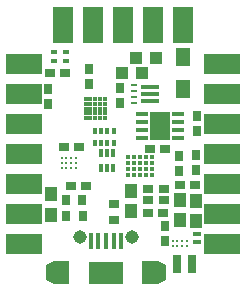
<source format=gts>
G04 DipTrace 2.4.0.2*
%INUSBBiPowerOTG.gts*%
%MOMM*%
%ADD41C,0.152*%
%ADD45R,1.1X1.0*%
%ADD51R,1.2X1.5*%
%ADD64C,0.33*%
%ADD69R,0.6X0.25*%
%ADD70O,0.6X0.25*%
%ADD71R,1.64X0.44*%
%ADD73C,0.165*%
%ADD78C,0.45*%
%ADD80C,0.37*%
%ADD82C,0.32*%
%ADD96R,2.95X1.95*%
%ADD97C,1.142*%
%ADD98C,1.142*%
%ADD99R,0.45X1.4*%
%ADD100R,1.75X2.082*%
%ADD103O,1.05X0.4*%
%ADD108R,0.3X0.55*%
%ADD109R,0.41X0.55*%
%ADD110R,0.55X0.45*%
%ADD111R,0.7X1.65*%
%ADD112R,0.8X0.95*%
%ADD113R,0.3X0.65*%
%ADD114R,0.95X0.8*%
%ADD116R,1.75X2.05*%
%ADD117R,1.75X1.65*%
%ADD118R,0.75X0.45*%
%ADD119R,0.95X0.75*%
%ADD120R,0.75X0.95*%
%ADD122R,1.05X1.15*%
%ADD123R,2.05X1.75*%
%ADD124R,1.65X1.75*%
%FSLAX53Y53*%
G04*
G71*
G90*
G75*
G01*
%LNTopMask*%
%LPD*%
D124*
X26510Y13810D3*
D123*
X27780D3*
D124*
X11270D3*
D123*
X10000D3*
D124*
X26510Y29050D3*
D123*
X27780D3*
D122*
X25031Y15805D3*
Y17505D3*
D45*
X20503Y28312D3*
X18803D3*
X21685Y29532D3*
X19985D3*
D122*
X23735Y17543D3*
Y15843D3*
D120*
X25089Y20095D3*
Y21395D3*
D119*
X22332Y18506D3*
X21032D3*
X23723Y18825D3*
X25023D3*
X22464Y21907D3*
X21164D3*
D120*
X18671Y25756D3*
Y27056D3*
X16043Y27360D3*
Y28660D3*
X23600Y19999D3*
Y21299D3*
D119*
X13901Y22003D3*
X15201D3*
D122*
X12787Y18022D3*
Y16322D3*
X19532Y16579D3*
Y18279D3*
D119*
X21017Y16483D3*
X22317D3*
D118*
X25144Y13955D3*
Y14655D3*
D119*
X15796Y18760D3*
X14496D3*
D124*
X26510Y26510D3*
D123*
X27780D3*
D117*
X23970Y31590D3*
D116*
Y32860D3*
D124*
X11270Y16350D3*
D123*
X10000D3*
D124*
X11270Y26510D3*
D123*
X10000D3*
D124*
X26510Y16350D3*
D123*
X27780D3*
D51*
X23935Y29651D3*
Y26951D3*
D114*
X18105Y17255D3*
Y15855D3*
D113*
X17054Y20271D3*
X17554D3*
X18054D3*
Y21571D3*
X17554D3*
X17054D3*
D112*
X14070Y16231D3*
X15470D3*
X14062Y17528D3*
X15462D3*
D111*
X23423Y12153D3*
X24773D3*
D124*
X11270Y21430D3*
D123*
X10000D3*
D124*
X26510D3*
D123*
X27780D3*
D120*
X25196Y23386D3*
Y24686D3*
D110*
X13049Y30056D3*
Y29356D3*
X14049D3*
Y30056D3*
D119*
X12706Y28282D3*
X14006D3*
D120*
X12573Y25682D3*
Y26982D3*
D109*
X16491Y22367D3*
D108*
X17046D3*
X17546D3*
D109*
X18101D3*
Y23367D3*
D108*
X17546D3*
X17046D3*
D109*
X16490D3*
D120*
X22435Y15367D3*
Y14067D3*
D119*
X21026Y17589D3*
X22326D3*
D117*
X13810Y31590D3*
D116*
Y32860D3*
D124*
X11270Y29050D3*
D123*
X10000D3*
D64*
X23088Y13666D3*
Y14066D3*
X23488Y13666D3*
Y14066D3*
X23888Y13666D3*
Y14066D3*
X24288Y13666D3*
Y14066D3*
D69*
X19809Y27283D3*
D70*
Y26783D3*
Y26283D3*
Y25783D3*
D71*
X21159Y25933D3*
Y26533D3*
Y27133D3*
G36*
X21203Y23195D2*
X21873D1*
Y24428D1*
X21203D1*
Y23195D1*
G37*
G36*
X21786Y22721D2*
X22310D1*
Y23569D1*
X21786D1*
Y22721D1*
G37*
G36*
X22229Y23202D2*
X22763D1*
Y24458D1*
X22229D1*
Y23202D1*
G37*
G36*
X21763Y24045D2*
X22289D1*
Y24902D1*
X21763D1*
Y24045D1*
G37*
X21253Y22702D2*
D41*
X22803D1*
Y24938D1*
X21253D1*
Y22702D1*
X21757Y23825D2*
D73*
X21758Y23843D1*
X21760Y23862D1*
X21763Y23880D1*
X21768Y23898D1*
X21774Y23916D1*
X21781Y23933D1*
X21790Y23950D1*
X21799Y23966D1*
X21810Y23981D1*
X21822Y23996D1*
X21835Y24010D1*
X21849Y24023D1*
X21864Y24035D1*
X21880Y24046D1*
X21897Y24056D1*
X21914Y24064D1*
X21932Y24072D1*
X21950Y24078D1*
X21969Y24083D1*
X21988Y24087D1*
X22007Y24090D1*
X22027Y24091D1*
X22046D1*
X22066Y24090D1*
X22085Y24087D1*
X22104Y24083D1*
X22123Y24078D1*
X22141Y24072D1*
X22159Y24064D1*
X22176Y24056D1*
X22193Y24046D1*
X22208Y24035D1*
X22223Y24023D1*
X22237Y24010D1*
X22250Y23996D1*
X22262Y23981D1*
X22273Y23966D1*
X22283Y23950D1*
X22292Y23933D1*
X22299Y23916D1*
X22305Y23898D1*
X22310Y23880D1*
X22313Y23862D1*
X22315Y23843D1*
X22316Y23825D1*
X22315Y23806D1*
X22313Y23788D1*
X22310Y23769D1*
X22305Y23751D1*
X22299Y23733D1*
X22292Y23716D1*
X22283Y23699D1*
X22273Y23683D1*
X22262Y23668D1*
X22250Y23653D1*
X22237Y23639D1*
X22223Y23626D1*
X22208Y23615D1*
X22193Y23604D1*
X22176Y23594D1*
X22159Y23585D1*
X22141Y23577D1*
X22123Y23571D1*
X22104Y23566D1*
X22085Y23562D1*
X22066Y23559D1*
X22046Y23558D1*
X22027D1*
X22007Y23559D1*
X21988Y23562D1*
X21969Y23566D1*
X21950Y23571D1*
X21932Y23577D1*
X21914Y23585D1*
X21897Y23594D1*
X21880Y23604D1*
X21864Y23615D1*
X21849Y23626D1*
X21835Y23639D1*
X21822Y23653D1*
X21810Y23668D1*
X21799Y23683D1*
X21790Y23699D1*
X21781Y23716D1*
X21774Y23733D1*
X21768Y23751D1*
X21763Y23769D1*
X21760Y23788D1*
X21758Y23806D1*
X21757Y23825D1*
X22234Y22975D2*
Y22993D1*
X22236Y23012D1*
X22240Y23030D1*
X22245Y23048D1*
X22251Y23066D1*
X22258Y23083D1*
X22266Y23100D1*
X22276Y23116D1*
X22287Y23132D1*
X22299Y23146D1*
X22312Y23160D1*
X22326Y23173D1*
X22341Y23185D1*
X22357Y23196D1*
X22373Y23206D1*
X22391Y23215D1*
X22408Y23222D1*
X22427Y23228D1*
X22445Y23234D1*
X22465Y23237D1*
X22484Y23240D1*
X22503Y23241D1*
X22523D1*
X22542Y23240D1*
X22562Y23237D1*
X22581Y23234D1*
X22599Y23228D1*
X22618Y23222D1*
X22636Y23215D1*
X22653Y23206D1*
X22669Y23196D1*
X22685Y23185D1*
X22700Y23173D1*
X22714Y23160D1*
X22727Y23146D1*
X22739Y23132D1*
X22750Y23116D1*
X22760Y23100D1*
X22768Y23083D1*
X22776Y23066D1*
X22782Y23048D1*
X22786Y23030D1*
X22790Y23012D1*
X22792Y22993D1*
Y22975D1*
Y22956D1*
X22790Y22938D1*
X22786Y22919D1*
X22782Y22901D1*
X22776Y22883D1*
X22768Y22866D1*
X22760Y22849D1*
X22750Y22833D1*
X22739Y22818D1*
X22727Y22803D1*
X22714Y22789D1*
X22700Y22776D1*
X22685Y22764D1*
X22669Y22753D1*
X22653Y22744D1*
X22636Y22735D1*
X22618Y22727D1*
X22599Y22721D1*
X22581Y22716D1*
X22562Y22712D1*
X22542Y22709D1*
X22523Y22708D1*
X22503D1*
X22484Y22709D1*
X22465Y22712D1*
X22445Y22716D1*
X22427Y22721D1*
X22408Y22727D1*
X22391Y22735D1*
X22373Y22744D1*
X22357Y22753D1*
X22341Y22764D1*
X22326Y22776D1*
X22312Y22789D1*
X22299Y22803D1*
X22287Y22818D1*
X22276Y22833D1*
X22266Y22849D1*
X22258Y22866D1*
X22251Y22883D1*
X22245Y22901D1*
X22240Y22919D1*
X22236Y22938D1*
X22234Y22956D1*
Y22975D1*
X21284Y24665D2*
Y24683D1*
X21286Y24702D1*
X21290Y24720D1*
X21294Y24738D1*
X21300Y24756D1*
X21308Y24773D1*
X21316Y24790D1*
X21326Y24806D1*
X21337Y24821D1*
X21349Y24836D1*
X21362Y24850D1*
X21376Y24863D1*
X21391Y24875D1*
X21407Y24886D1*
X21423Y24896D1*
X21440Y24904D1*
X21458Y24912D1*
X21477Y24918D1*
X21495Y24923D1*
X21514Y24927D1*
X21534Y24930D1*
X21553Y24931D1*
X21573D1*
X21592Y24930D1*
X21611Y24927D1*
X21631Y24923D1*
X21649Y24918D1*
X21668Y24912D1*
X21685Y24904D1*
X21703Y24896D1*
X21719Y24886D1*
X21735Y24875D1*
X21750Y24863D1*
X21764Y24850D1*
X21777Y24836D1*
X21789Y24821D1*
X21800Y24806D1*
X21810Y24790D1*
X21818Y24773D1*
X21825Y24756D1*
X21831Y24738D1*
X21836Y24720D1*
X21840Y24702D1*
X21842Y24683D1*
Y24665D1*
Y24646D1*
X21840Y24628D1*
X21836Y24609D1*
X21831Y24591D1*
X21825Y24574D1*
X21818Y24556D1*
X21810Y24540D1*
X21800Y24523D1*
X21789Y24508D1*
X21777Y24493D1*
X21764Y24480D1*
X21750Y24467D1*
X21735Y24455D1*
X21719Y24444D1*
X21703Y24434D1*
X21685Y24425D1*
X21668Y24418D1*
X21649Y24411D1*
X21631Y24406D1*
X21611Y24402D1*
X21592Y24400D1*
X21573Y24398D1*
X21553D1*
X21534Y24400D1*
X21514Y24402D1*
X21495Y24406D1*
X21477Y24411D1*
X21458Y24418D1*
X21440Y24425D1*
X21423Y24434D1*
X21407Y24444D1*
X21391Y24455D1*
X21376Y24467D1*
X21362Y24480D1*
X21349Y24493D1*
X21337Y24508D1*
X21326Y24523D1*
X21316Y24540D1*
X21308Y24556D1*
X21300Y24574D1*
X21294Y24591D1*
X21290Y24609D1*
X21286Y24628D1*
X21284Y24646D1*
Y24665D1*
X21290Y22968D2*
X21291Y22987D1*
X21293Y23005D1*
X21296Y23023D1*
X21301Y23041D1*
X21307Y23059D1*
X21315Y23076D1*
X21323Y23093D1*
X21333Y23109D1*
X21344Y23125D1*
X21356Y23139D1*
X21369Y23153D1*
X21383Y23166D1*
X21398Y23178D1*
X21414Y23189D1*
X21430Y23199D1*
X21447Y23208D1*
X21465Y23215D1*
X21483Y23222D1*
X21502Y23227D1*
X21521Y23231D1*
X21541Y23233D1*
X21560Y23235D1*
X21579D1*
X21599Y23233D1*
X21618Y23231D1*
X21637Y23227D1*
X21656Y23222D1*
X21674Y23215D1*
X21692Y23208D1*
X21709Y23199D1*
X21726Y23189D1*
X21742Y23178D1*
X21757Y23166D1*
X21771Y23153D1*
X21784Y23139D1*
X21796Y23125D1*
X21807Y23109D1*
X21816Y23093D1*
X21825Y23076D1*
X21832Y23059D1*
X21838Y23041D1*
X21843Y23023D1*
X21846Y23005D1*
X21848Y22987D1*
X21849Y22968D1*
X21848Y22949D1*
X21846Y22931D1*
X21843Y22913D1*
X21838Y22894D1*
X21832Y22877D1*
X21825Y22859D1*
X21816Y22843D1*
X21807Y22827D1*
X21796Y22811D1*
X21784Y22797D1*
X21771Y22783D1*
X21757Y22770D1*
X21742Y22758D1*
X21726Y22747D1*
X21709Y22737D1*
X21692Y22728D1*
X21674Y22721D1*
X21656Y22714D1*
X21637Y22709D1*
X21618Y22705D1*
X21599Y22703D1*
X21579Y22701D1*
X21560D1*
X21541Y22703D1*
X21521Y22705D1*
X21502Y22709D1*
X21483Y22714D1*
X21465Y22721D1*
X21447Y22728D1*
X21430Y22737D1*
X21414Y22747D1*
X21398Y22758D1*
X21383Y22770D1*
X21369Y22783D1*
X21356Y22797D1*
X21344Y22811D1*
X21333Y22827D1*
X21323Y22843D1*
X21315Y22859D1*
X21307Y22877D1*
X21301Y22894D1*
X21296Y22913D1*
X21293Y22931D1*
X21291Y22949D1*
X21290Y22968D1*
X22234Y24661D2*
Y24680D1*
X22236Y24698D1*
X22240Y24717D1*
X22245Y24735D1*
X22251Y24752D1*
X22258Y24770D1*
X22266Y24786D1*
X22276Y24803D1*
X22287Y24818D1*
X22299Y24833D1*
X22312Y24846D1*
X22326Y24859D1*
X22341Y24871D1*
X22357Y24882D1*
X22373Y24892D1*
X22391Y24901D1*
X22408Y24908D1*
X22427Y24915D1*
X22445Y24920D1*
X22465Y24924D1*
X22484Y24926D1*
X22503Y24928D1*
X22523D1*
X22542Y24926D1*
X22562Y24924D1*
X22581Y24920D1*
X22599Y24915D1*
X22618Y24908D1*
X22636Y24901D1*
X22653Y24892D1*
X22669Y24882D1*
X22685Y24871D1*
X22700Y24859D1*
X22714Y24846D1*
X22727Y24833D1*
X22739Y24818D1*
X22750Y24803D1*
X22760Y24786D1*
X22768Y24770D1*
X22776Y24752D1*
X22782Y24735D1*
X22786Y24717D1*
X22790Y24698D1*
X22792Y24680D1*
Y24661D1*
Y24643D1*
X22790Y24624D1*
X22786Y24606D1*
X22782Y24588D1*
X22776Y24570D1*
X22768Y24553D1*
X22760Y24536D1*
X22750Y24520D1*
X22739Y24505D1*
X22727Y24490D1*
X22714Y24476D1*
X22700Y24463D1*
X22685Y24451D1*
X22669Y24440D1*
X22653Y24430D1*
X22636Y24422D1*
X22618Y24414D1*
X22599Y24408D1*
X22581Y24403D1*
X22562Y24399D1*
X22542Y24396D1*
X22523Y24395D1*
X22503D1*
X22484Y24396D1*
X22465Y24399D1*
X22445Y24403D1*
X22427Y24408D1*
X22408Y24414D1*
X22391Y24422D1*
X22373Y24430D1*
X22357Y24440D1*
X22341Y24451D1*
X22326Y24463D1*
X22312Y24476D1*
X22299Y24490D1*
X22287Y24505D1*
X22276Y24520D1*
X22266Y24536D1*
X22258Y24553D1*
X22251Y24570D1*
X22245Y24588D1*
X22240Y24606D1*
X22236Y24624D1*
X22234Y24643D1*
Y24661D1*
D103*
X23590Y22843D3*
Y23493D3*
Y24143D3*
Y24793D3*
X20490D3*
Y24143D3*
Y23493D3*
Y22843D3*
G36*
X21190Y25043D2*
X22890D1*
Y23048D1*
X22532Y22593D1*
X21190D1*
Y25043D1*
G37*
D78*
X19328Y21201D3*
X19828D3*
X20328D3*
X20828D3*
X21328D3*
X19328Y20701D3*
X19828D3*
X20328D3*
X20828D3*
X21328D3*
X19328Y20201D3*
X19828D3*
X20328D3*
X20828D3*
X21328D3*
X19328Y19701D3*
X19828D3*
X20328D3*
X20828D3*
X21328D3*
D80*
X17333Y26087D3*
Y25687D3*
Y25287D3*
Y24887D3*
Y24487D3*
X16933Y26087D3*
Y25687D3*
Y25287D3*
Y24887D3*
Y24487D3*
X16533Y26087D3*
Y25687D3*
Y25287D3*
Y24887D3*
Y24487D3*
X16133Y26087D3*
Y25687D3*
Y25287D3*
Y24887D3*
Y24487D3*
X15733Y26087D3*
Y25687D3*
Y25287D3*
Y24887D3*
Y24487D3*
D82*
X13701Y21080D3*
Y20680D3*
Y20280D3*
X14101Y21080D3*
Y20680D3*
Y20280D3*
X14501Y21080D3*
Y20680D3*
Y20280D3*
X14901Y21080D3*
Y20680D3*
Y20280D3*
D117*
X21430Y31590D3*
X18890D3*
X16350D3*
D100*
X21430Y32860D3*
X18890D3*
X16350D3*
D99*
X16144Y14077D3*
X16794D3*
X17444D3*
X18094D3*
X18744D3*
D98*
X15219Y14402D3*
D97*
X19669D3*
G36*
X22501Y12039D2*
Y10764D1*
X21835Y10427D1*
X20541D1*
Y12377D1*
X21835D1*
X22501Y12039D1*
G37*
G36*
X12387Y10764D2*
Y12039D1*
X13053Y12377D1*
X14347D1*
Y10427D1*
X13053D1*
X12387Y10764D1*
G37*
D96*
X17444Y11402D3*
D124*
X26510Y18890D3*
D123*
X27780D3*
D124*
X11270Y23970D3*
D123*
X10000D3*
D124*
X26510D3*
D123*
X27780D3*
D124*
X11270Y18890D3*
D123*
X10000D3*
M02*

</source>
